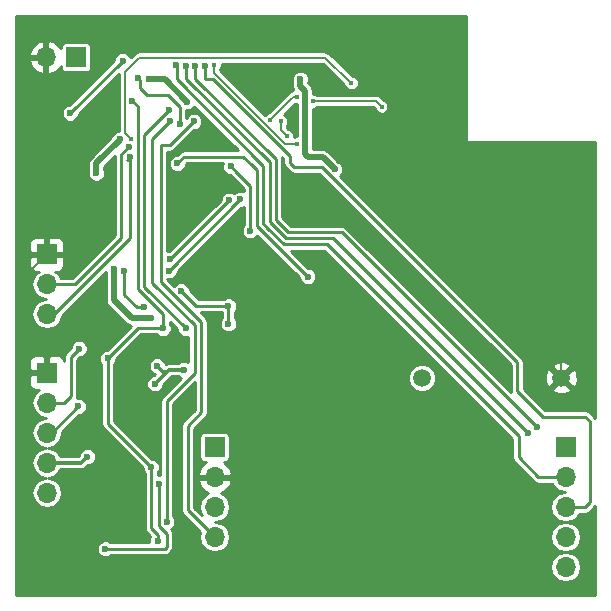
<source format=gbl>
G04 #@! TF.FileFunction,Copper,L2,Bot,Signal*
%FSLAX46Y46*%
G04 Gerber Fmt 4.6, Leading zero omitted, Abs format (unit mm)*
G04 Created by KiCad (PCBNEW 4.0.5) date Thu Mar 16 09:26:44 2017*
%MOMM*%
%LPD*%
G01*
G04 APERTURE LIST*
%ADD10C,0.100000*%
%ADD11C,0.600000*%
%ADD12R,1.700000X1.700000*%
%ADD13O,1.700000X1.700000*%
%ADD14C,1.500000*%
%ADD15C,0.400000*%
%ADD16C,0.500000*%
%ADD17C,0.200000*%
%ADD18C,0.300000*%
%ADD19C,0.250000*%
%ADD20C,0.254000*%
G04 APERTURE END LIST*
D10*
D11*
X144179500Y-111175500D03*
X142179500Y-111175500D03*
X140179500Y-111175500D03*
X138179500Y-111175500D03*
X136179500Y-111175500D03*
X139545000Y-120510000D03*
X155991500Y-116128500D03*
X166848500Y-114763000D03*
X164848500Y-114763000D03*
X166848500Y-112763000D03*
X164848500Y-112763000D03*
X169294500Y-121905500D03*
X167294500Y-121905500D03*
X183708000Y-135843500D03*
X181708000Y-135843500D03*
X179708000Y-135843500D03*
X177708000Y-135843500D03*
X175708000Y-135843500D03*
X183708000Y-133843500D03*
X181708000Y-133843500D03*
X179708000Y-133843500D03*
X177708000Y-133843500D03*
X175708000Y-133843500D03*
X173708000Y-133843500D03*
X183708000Y-131843500D03*
X181708000Y-131843500D03*
X179708000Y-131843500D03*
X177708000Y-131843500D03*
X175708000Y-131843500D03*
X173708000Y-131843500D03*
X183708000Y-129843500D03*
X181708000Y-129843500D03*
X179708000Y-129843500D03*
X177708000Y-129843500D03*
X175708000Y-129843500D03*
X173708000Y-129843500D03*
X183708000Y-127843500D03*
X181708000Y-127843500D03*
X179708000Y-127843500D03*
X177708000Y-127843500D03*
X175708000Y-127843500D03*
X173708000Y-127843500D03*
X183708000Y-125843500D03*
X181708000Y-125843500D03*
X179708000Y-125843500D03*
X177708000Y-125843500D03*
X175708000Y-125843500D03*
X173708000Y-125843500D03*
X183708000Y-123843500D03*
X181708000Y-123843500D03*
X179708000Y-123843500D03*
X177708000Y-123843500D03*
X175708000Y-123843500D03*
X173708000Y-123843500D03*
X183708000Y-121843500D03*
X181708000Y-121843500D03*
X179708000Y-121843500D03*
X177708000Y-121843500D03*
X175708000Y-121843500D03*
X138846000Y-128224000D03*
X136846000Y-128224000D03*
X138846000Y-126224000D03*
X136846000Y-126224000D03*
X158118500Y-136415500D03*
X156118500Y-136415500D03*
X158118500Y-134415500D03*
X156118500Y-134415500D03*
X175067500Y-154861500D03*
X173067500Y-154861500D03*
X171067500Y-154861500D03*
X169067500Y-154861500D03*
X167067500Y-154861500D03*
X175067500Y-152861500D03*
X173067500Y-152861500D03*
X171067500Y-152861500D03*
X169067500Y-152861500D03*
X167067500Y-152861500D03*
X175067500Y-150861500D03*
X173067500Y-150861500D03*
X171067500Y-150861500D03*
X169067500Y-150861500D03*
X167067500Y-150861500D03*
X175067500Y-148861500D03*
X173067500Y-148861500D03*
X171067500Y-148861500D03*
X169067500Y-148861500D03*
X167067500Y-148861500D03*
X175067500Y-146861500D03*
X173067500Y-146861500D03*
X171067500Y-146861500D03*
X169067500Y-146861500D03*
X167067500Y-146861500D03*
X150303500Y-121652000D03*
X174243000Y-158672500D03*
X172243000Y-158672500D03*
X170243000Y-158672500D03*
X168243000Y-158672500D03*
X166243000Y-158672500D03*
X164243000Y-158672500D03*
X162243000Y-158672500D03*
X160243000Y-158672500D03*
X158243000Y-158672500D03*
X156243000Y-158672500D03*
X154243000Y-158672500D03*
X152243000Y-158672500D03*
X150243000Y-158672500D03*
X148243000Y-158672500D03*
X146243000Y-158672500D03*
X144243000Y-158672500D03*
X142243000Y-158672500D03*
X140243000Y-158672500D03*
X138243000Y-158672500D03*
X136243000Y-158672500D03*
X172848500Y-110985000D03*
X170848500Y-110985000D03*
X168848500Y-110985000D03*
X166848500Y-110985000D03*
X164848500Y-110985000D03*
X162848500Y-110985000D03*
X160848500Y-110985000D03*
X158848500Y-110985000D03*
X156848500Y-110985000D03*
X154848500Y-110985000D03*
D12*
X140548000Y-113997500D03*
D13*
X138008000Y-113997500D03*
D14*
X169840000Y-141147500D03*
X181640000Y-141147500D03*
D12*
X138084500Y-130670000D03*
D13*
X138084500Y-133210000D03*
X138084500Y-135750000D03*
D12*
X152290000Y-147000000D03*
D13*
X152290000Y-149540000D03*
X152290000Y-152080000D03*
X152290000Y-154620000D03*
D12*
X182000000Y-147000000D03*
D13*
X182000000Y-149540000D03*
X182000000Y-152080000D03*
X182000000Y-154620000D03*
X182000000Y-157160000D03*
D12*
X138084500Y-140703000D03*
D13*
X138084500Y-143243000D03*
X138084500Y-145783000D03*
X138084500Y-148323000D03*
X138084500Y-150863000D03*
D11*
X173708000Y-121843500D03*
X146911000Y-136067500D03*
X143736000Y-131940000D03*
D15*
X160754000Y-116763500D03*
X173200000Y-120700500D03*
X143545500Y-148577000D03*
X158849000Y-124002500D03*
X160309500Y-123939000D03*
X158976000Y-118605000D03*
X159230000Y-120319500D03*
X164437000Y-116763500D03*
X166215000Y-118795500D03*
X165707000Y-122351500D03*
X149197000Y-127050500D03*
X150911500Y-126161500D03*
X137957500Y-123177000D03*
X142212000Y-139306000D03*
X140815000Y-155752500D03*
X146784000Y-147243500D03*
X144625000Y-144132000D03*
X142466000Y-145021000D03*
X145069500Y-150101000D03*
X142847000Y-150672500D03*
D11*
X159535500Y-115862500D03*
X162468500Y-123494500D03*
X149959000Y-117779500D03*
X146720500Y-115874500D03*
X144244000Y-120954500D03*
X142275500Y-123812000D03*
X147419000Y-140131500D03*
X149705000Y-140449000D03*
X147228500Y-141655500D03*
X141513500Y-147815000D03*
X145006000Y-121589500D03*
X150530500Y-119430500D03*
X149006500Y-114668000D03*
X151483000Y-114731500D03*
X179550000Y-145338500D03*
X150657500Y-114731500D03*
X149832000Y-114731500D03*
X178788000Y-145783000D03*
X147546000Y-150101000D03*
X143037500Y-155625500D03*
X149832000Y-136956500D03*
X148435000Y-118478000D03*
X145323500Y-117716000D03*
X147927000Y-136956500D03*
X147482500Y-154927000D03*
X146911000Y-148704000D03*
X143228000Y-139496500D03*
X148244500Y-153339500D03*
X148498500Y-119367000D03*
D15*
X157007500Y-119303500D03*
X160627000Y-117716000D03*
X159230000Y-117335000D03*
X166469000Y-118224000D03*
X163865500Y-116192000D03*
X145196500Y-120891000D03*
X157896500Y-119430500D03*
X158404500Y-120700500D03*
X152245000Y-114668000D03*
X159230000Y-121335500D03*
D11*
X140815000Y-138671000D03*
X148498500Y-131114500D03*
X153515000Y-126098000D03*
X154467500Y-126034500D03*
X148435000Y-132067000D03*
X140751500Y-143560500D03*
X145133000Y-122415000D03*
X140053000Y-118732000D03*
X144498000Y-114287000D03*
X145768000Y-115747500D03*
X149324000Y-119684500D03*
X144625000Y-132130500D03*
X146276000Y-135178500D03*
X149451000Y-133781500D03*
X153451500Y-135051500D03*
X153451500Y-136575500D03*
X160182500Y-132575000D03*
X149133500Y-122986500D03*
X155293000Y-128701500D03*
X153642000Y-123240500D03*
D16*
X145260000Y-136067500D02*
X146911000Y-136067500D01*
X143736000Y-134543500D02*
X145260000Y-136067500D01*
X143736000Y-131940000D02*
X143736000Y-134543500D01*
D17*
X181640000Y-141147500D02*
X181640000Y-129140500D01*
X181640000Y-129140500D02*
X173200000Y-120700500D01*
X143863000Y-148386500D02*
X143736000Y-148386500D01*
X143736000Y-148386500D02*
X143545500Y-148577000D01*
X160246000Y-124002500D02*
X158849000Y-124002500D01*
X160309500Y-123939000D02*
X160246000Y-124002500D01*
X164437000Y-116763500D02*
X160754000Y-116763500D01*
X160754000Y-116763500D02*
X160817500Y-116763500D01*
X158976000Y-120065500D02*
X158976000Y-118605000D01*
X159230000Y-120319500D02*
X158976000Y-120065500D01*
X166215000Y-118795500D02*
X166659500Y-118795500D01*
X165770500Y-116763500D02*
X164437000Y-116763500D01*
X166977000Y-117970000D02*
X165770500Y-116763500D01*
X166977000Y-118478000D02*
X166977000Y-117970000D01*
X166659500Y-118795500D02*
X166977000Y-118478000D01*
X165707000Y-122351500D02*
X165707000Y-119303500D01*
X165707000Y-119303500D02*
X166215000Y-118795500D01*
X150022500Y-127050500D02*
X149197000Y-127050500D01*
X150911500Y-126161500D02*
X150022500Y-127050500D01*
X138084500Y-130670000D02*
X138084500Y-123304000D01*
X138084500Y-123304000D02*
X137957500Y-123177000D01*
X138084500Y-140703000D02*
X138084500Y-139306000D01*
X138084500Y-139306000D02*
X136052500Y-137274000D01*
X136052500Y-132702000D02*
X138084500Y-130670000D01*
X136052500Y-137274000D02*
X136052500Y-132702000D01*
X139418000Y-137972500D02*
X138084500Y-139306000D01*
X141196000Y-137972500D02*
X139418000Y-137972500D01*
X142212000Y-138988500D02*
X141196000Y-137972500D01*
X142212000Y-139306000D02*
X142212000Y-138988500D01*
X142847000Y-153720500D02*
X142847000Y-150672500D01*
X140815000Y-155752500D02*
X142847000Y-153720500D01*
X146784000Y-146291000D02*
X146784000Y-147243500D01*
X144625000Y-144132000D02*
X146784000Y-146291000D01*
X143863000Y-146418000D02*
X142466000Y-145021000D01*
X143863000Y-146418000D02*
X143863000Y-148386500D01*
X143863000Y-148386500D02*
X143863000Y-150101000D01*
X143418500Y-150101000D02*
X143863000Y-150101000D01*
X143863000Y-150101000D02*
X145069500Y-150101000D01*
X142847000Y-150672500D02*
X143418500Y-150101000D01*
D16*
X159535500Y-115862500D02*
X159535500Y-116434000D01*
X161452500Y-122478500D02*
X162468500Y-123494500D01*
X159992000Y-122288000D02*
X160182500Y-122478500D01*
X160182500Y-122478500D02*
X161452500Y-122478500D01*
X159928500Y-122224500D02*
X159992000Y-122288000D01*
X159928500Y-116827000D02*
X159928500Y-122224500D01*
X159535500Y-116434000D02*
X159928500Y-116827000D01*
X148054000Y-115874500D02*
X149959000Y-117779500D01*
X144244000Y-121018000D02*
X144244000Y-120954500D01*
X142275500Y-122986500D02*
X144244000Y-121018000D01*
X142275500Y-123812000D02*
X142275500Y-122986500D01*
X146720500Y-115874500D02*
X148054000Y-115874500D01*
D18*
X148276250Y-140607750D02*
X147895250Y-140607750D01*
X147895250Y-140607750D02*
X147419000Y-140131500D01*
X148435000Y-140449000D02*
X149705000Y-140449000D01*
X147228500Y-141655500D02*
X148276250Y-140607750D01*
X148276250Y-140607750D02*
X148435000Y-140449000D01*
X138084500Y-148323000D02*
X141005500Y-148323000D01*
X141005500Y-148323000D02*
X141513500Y-147815000D01*
D19*
X140434000Y-133210000D02*
X138084500Y-133210000D01*
X144371000Y-129273000D02*
X140434000Y-133210000D01*
X144371000Y-122224500D02*
X144371000Y-129273000D01*
X145006000Y-121589500D02*
X144371000Y-122224500D01*
X147736500Y-121462500D02*
X148498500Y-121462500D01*
X147736500Y-130352500D02*
X147736500Y-121462500D01*
X148498500Y-121462500D02*
X150530500Y-119430500D01*
X147736500Y-130352500D02*
X147736500Y-133019500D01*
X150022500Y-152352500D02*
X152290000Y-154620000D01*
X150022500Y-145211500D02*
X150022500Y-152352500D01*
X151165500Y-144068500D02*
X150022500Y-145211500D01*
X151165500Y-136448500D02*
X151165500Y-144068500D01*
X147736500Y-133019500D02*
X151165500Y-136448500D01*
X147736500Y-130352500D02*
X147736500Y-130416000D01*
X178026000Y-146100500D02*
X178026000Y-147878500D01*
X161770000Y-129844500D02*
X158150500Y-129844500D01*
X161770000Y-129844500D02*
X178026000Y-146100500D01*
X158150500Y-129844500D02*
X156753500Y-128447500D01*
X149006500Y-114668000D02*
X149070000Y-114731500D01*
X149070000Y-114731500D02*
X149070000Y-115874500D01*
X149070000Y-115874500D02*
X156372500Y-123177000D01*
X156372500Y-123177000D02*
X156372500Y-128066500D01*
X156753500Y-128447500D02*
X156372500Y-128066500D01*
X179687500Y-149540000D02*
X182000000Y-149540000D01*
X178026000Y-147878500D02*
X179687500Y-149540000D01*
X151483000Y-115874500D02*
X152181500Y-115874500D01*
X183667000Y-152080000D02*
X184058500Y-151688500D01*
X184058500Y-151688500D02*
X184058500Y-144830500D01*
X184058500Y-144830500D02*
X183677500Y-144449500D01*
X180058000Y-144449500D02*
X183677500Y-144449500D01*
X151483000Y-114731500D02*
X151483000Y-115874500D01*
X183667000Y-152080000D02*
X182000000Y-152080000D01*
X177899000Y-142290500D02*
X180058000Y-144449500D01*
X177899000Y-139814000D02*
X177899000Y-142290500D01*
X161389000Y-123304000D02*
X177899000Y-139814000D01*
X159039500Y-123304000D02*
X161389000Y-123304000D01*
X158658500Y-122923000D02*
X159039500Y-123304000D01*
X158658500Y-122351500D02*
X158658500Y-122923000D01*
X152181500Y-115874500D02*
X158658500Y-122351500D01*
X163040000Y-128828500D02*
X179550000Y-145338500D01*
X158531500Y-128828500D02*
X163040000Y-128828500D01*
X157452000Y-127749000D02*
X158531500Y-128828500D01*
X157452000Y-122605500D02*
X157452000Y-127749000D01*
X150657500Y-115811000D02*
X157452000Y-122605500D01*
X150657500Y-114731500D02*
X150657500Y-115811000D01*
X158341000Y-129336500D02*
X162341500Y-129336500D01*
X149832000Y-114731500D02*
X149895500Y-114795000D01*
X149895500Y-114795000D02*
X149895500Y-115811000D01*
X149895500Y-115811000D02*
X156944000Y-122859500D01*
X156944000Y-122859500D02*
X156944000Y-127939500D01*
X158309250Y-129304750D02*
X158341000Y-129336500D01*
X156944000Y-127939500D02*
X158309250Y-129304750D01*
X162468500Y-129463500D02*
X178788000Y-145783000D01*
X162341500Y-129336500D02*
X162468500Y-129463500D01*
X147546000Y-153657000D02*
X147546000Y-150101000D01*
X148244500Y-154355500D02*
X147546000Y-153657000D01*
X148244500Y-155435000D02*
X148244500Y-154355500D01*
X148054000Y-155625500D02*
X148244500Y-155435000D01*
X143037500Y-155625500D02*
X148054000Y-155625500D01*
X146339500Y-133464000D02*
X149832000Y-136956500D01*
X146339500Y-120573500D02*
X146339500Y-133464000D01*
X148435000Y-118478000D02*
X146339500Y-120573500D01*
X147927000Y-136956500D02*
X147927000Y-135750000D01*
X145323500Y-117716000D02*
X145768000Y-118160500D01*
X145768000Y-133591000D02*
X145768000Y-118160500D01*
X147927000Y-135750000D02*
X145768000Y-133591000D01*
X145831500Y-136893000D02*
X147863500Y-136893000D01*
X147863500Y-136893000D02*
X147927000Y-136956500D01*
X146911000Y-148704000D02*
X146911000Y-153847500D01*
X147482500Y-154419000D02*
X147482500Y-154927000D01*
X146911000Y-153847500D02*
X147482500Y-154419000D01*
X143228000Y-139496500D02*
X143228000Y-145021000D01*
X143228000Y-145021000D02*
X146911000Y-148704000D01*
X145768000Y-136956500D02*
X145831500Y-136893000D01*
X145831500Y-136893000D02*
X143228000Y-139496500D01*
X148244500Y-143116000D02*
X148244500Y-153339500D01*
X150594000Y-140766500D02*
X148244500Y-143116000D01*
X150594000Y-136702500D02*
X150594000Y-140766500D01*
X146974500Y-133083000D02*
X150594000Y-136702500D01*
X146974500Y-120891000D02*
X146974500Y-133083000D01*
X148498500Y-119367000D02*
X146974500Y-120891000D01*
D17*
X158595000Y-117716000D02*
X158849000Y-117462000D01*
X157007500Y-119303500D02*
X158595000Y-117716000D01*
X165961000Y-117716000D02*
X166469000Y-118224000D01*
X165961000Y-117716000D02*
X160627000Y-117716000D01*
X158976000Y-117335000D02*
X159230000Y-117335000D01*
X158849000Y-117462000D02*
X158976000Y-117335000D01*
X166405500Y-118287500D02*
X166469000Y-118224000D01*
X144688500Y-120383000D02*
X145196500Y-120891000D01*
X144688500Y-115239500D02*
X144688500Y-120383000D01*
X145895000Y-114033000D02*
X144688500Y-115239500D01*
X161643000Y-114033000D02*
X145895000Y-114033000D01*
X163865500Y-116192000D02*
X161643000Y-114033000D01*
X157896500Y-120192500D02*
X157896500Y-119430500D01*
X158404500Y-120700500D02*
X157896500Y-120192500D01*
X152245000Y-115303000D02*
X152245000Y-114668000D01*
X158277500Y-121335500D02*
X152245000Y-115303000D01*
X158595000Y-121335500D02*
X158277500Y-121335500D01*
X159230000Y-121335500D02*
X158595000Y-121335500D01*
D19*
X139545000Y-143243000D02*
X138084500Y-143243000D01*
X140116500Y-142671500D02*
X139545000Y-143243000D01*
X140116500Y-139369500D02*
X140116500Y-142671500D01*
X140815000Y-138671000D02*
X140116500Y-139369500D01*
X153515000Y-126098000D02*
X148498500Y-131114500D01*
X154467500Y-126034500D02*
X148435000Y-132067000D01*
X140751500Y-143560500D02*
X138529000Y-145783000D01*
X138529000Y-145783000D02*
X138084500Y-145783000D01*
X145133000Y-122415000D02*
X145133000Y-129336500D01*
X145133000Y-129336500D02*
X138719500Y-135750000D01*
X138719500Y-135750000D02*
X138084500Y-135750000D01*
X145133000Y-122415000D02*
X144879000Y-122669000D01*
X140053000Y-118732000D02*
X144498000Y-114287000D01*
X145768000Y-115747500D02*
X145958500Y-115938000D01*
X145958500Y-115938000D02*
X145958500Y-116573000D01*
X145958500Y-116573000D02*
X146593500Y-117208000D01*
X146593500Y-117208000D02*
X148308000Y-117208000D01*
X148308000Y-117208000D02*
X149324000Y-118224000D01*
X149324000Y-118224000D02*
X149324000Y-119684500D01*
X145704500Y-135178500D02*
X144625000Y-134099000D01*
X144625000Y-134099000D02*
X144625000Y-132130500D01*
X153451500Y-135051500D02*
X150721000Y-135051500D01*
X150721000Y-135051500D02*
X149451000Y-133781500D01*
X146276000Y-135178500D02*
X145704500Y-135178500D01*
X153451500Y-136575500D02*
X153451500Y-135051500D01*
X155356500Y-123050000D02*
X154721500Y-122415000D01*
X155864500Y-123558000D02*
X155356500Y-123050000D01*
X155864500Y-128257000D02*
X155864500Y-123558000D01*
X160182500Y-132575000D02*
X155864500Y-128257000D01*
X149705000Y-122415000D02*
X149133500Y-122986500D01*
X154721500Y-122415000D02*
X149705000Y-122415000D01*
X149197000Y-123050000D02*
X149133500Y-122986500D01*
X154086500Y-123685000D02*
X153642000Y-123240500D01*
X155293000Y-128701500D02*
X155293000Y-124891500D01*
X155293000Y-124891500D02*
X154086500Y-123685000D01*
D20*
G36*
X173581000Y-121018000D02*
X173591006Y-121067410D01*
X173619447Y-121109035D01*
X173661841Y-121136315D01*
X173708000Y-121145000D01*
X184523000Y-121145000D01*
X184523000Y-144551191D01*
X184448823Y-144440177D01*
X184067823Y-144059177D01*
X183888742Y-143939518D01*
X183677500Y-143897500D01*
X180286646Y-143897500D01*
X178508163Y-142119017D01*
X180848088Y-142119017D01*
X180916077Y-142359960D01*
X181435171Y-142544701D01*
X181985448Y-142516730D01*
X182363923Y-142359960D01*
X182431912Y-142119017D01*
X181640000Y-141327105D01*
X180848088Y-142119017D01*
X178508163Y-142119017D01*
X178451000Y-142061854D01*
X178451000Y-140942671D01*
X180242799Y-140942671D01*
X180270770Y-141492948D01*
X180427540Y-141871423D01*
X180668483Y-141939412D01*
X181460395Y-141147500D01*
X181819605Y-141147500D01*
X182611517Y-141939412D01*
X182852460Y-141871423D01*
X183037201Y-141352329D01*
X183009230Y-140802052D01*
X182852460Y-140423577D01*
X182611517Y-140355588D01*
X181819605Y-141147500D01*
X181460395Y-141147500D01*
X180668483Y-140355588D01*
X180427540Y-140423577D01*
X180242799Y-140942671D01*
X178451000Y-140942671D01*
X178451000Y-140175983D01*
X180848088Y-140175983D01*
X181640000Y-140967895D01*
X182431912Y-140175983D01*
X182363923Y-139935040D01*
X181844829Y-139750299D01*
X181294552Y-139778270D01*
X180916077Y-139935040D01*
X180848088Y-140175983D01*
X178451000Y-140175983D01*
X178451000Y-139814000D01*
X178433633Y-139726690D01*
X178408982Y-139602758D01*
X178289323Y-139423677D01*
X162928343Y-124062697D01*
X163084461Y-123906850D01*
X163195374Y-123639744D01*
X163195626Y-123350525D01*
X163085180Y-123083225D01*
X162880850Y-122878539D01*
X162759623Y-122828201D01*
X161931211Y-121999789D01*
X161789376Y-121905018D01*
X161711577Y-121853034D01*
X161452500Y-121801500D01*
X160605500Y-121801500D01*
X160605500Y-118342982D01*
X160751171Y-118343109D01*
X160981703Y-118247855D01*
X160986566Y-118243000D01*
X165742710Y-118243000D01*
X165841896Y-118342187D01*
X165841891Y-118348171D01*
X165937145Y-118578703D01*
X166113369Y-118755235D01*
X166343735Y-118850891D01*
X166593171Y-118851109D01*
X166823703Y-118755855D01*
X167000235Y-118579631D01*
X167095891Y-118349265D01*
X167096109Y-118099829D01*
X167000855Y-117869297D01*
X166824631Y-117692765D01*
X166594265Y-117597109D01*
X166587393Y-117597103D01*
X166333645Y-117343355D01*
X166162675Y-117229115D01*
X165961000Y-117189000D01*
X160986859Y-117189000D01*
X160982631Y-117184765D01*
X160752265Y-117089109D01*
X160605500Y-117088981D01*
X160605500Y-116827000D01*
X160553966Y-116567923D01*
X160407211Y-116348289D01*
X160212500Y-116153578D01*
X160212500Y-116127853D01*
X160262374Y-116007744D01*
X160262626Y-115718525D01*
X160152180Y-115451225D01*
X159947850Y-115246539D01*
X159680744Y-115135626D01*
X159391525Y-115135374D01*
X159124225Y-115245820D01*
X158919539Y-115450150D01*
X158808626Y-115717256D01*
X158808374Y-116006475D01*
X158858500Y-116127789D01*
X158858500Y-116434000D01*
X158910034Y-116693077D01*
X158960152Y-116768084D01*
X158875297Y-116803145D01*
X158844164Y-116834223D01*
X158774325Y-116848115D01*
X158603355Y-116962355D01*
X156889314Y-118676396D01*
X156883329Y-118676391D01*
X156652797Y-118771645D01*
X156555781Y-118868491D01*
X152772000Y-115084710D01*
X152772000Y-115027859D01*
X152776235Y-115023631D01*
X152871891Y-114793265D01*
X152872095Y-114560000D01*
X161429170Y-114560000D01*
X163239328Y-116318439D01*
X163333645Y-116546703D01*
X163509869Y-116723235D01*
X163740235Y-116818891D01*
X163989671Y-116819109D01*
X164220203Y-116723855D01*
X164396735Y-116547631D01*
X164492391Y-116317265D01*
X164492609Y-116067829D01*
X164397355Y-115837297D01*
X164221131Y-115660765D01*
X163990765Y-115565109D01*
X163976488Y-115565097D01*
X162010206Y-113654994D01*
X161927040Y-113601151D01*
X161844674Y-113546115D01*
X161840861Y-113545357D01*
X161837598Y-113543244D01*
X161740193Y-113525333D01*
X161643000Y-113506000D01*
X145895000Y-113506000D01*
X145693326Y-113546115D01*
X145522355Y-113660354D01*
X145170906Y-114011803D01*
X145114680Y-113875725D01*
X144910350Y-113671039D01*
X144643244Y-113560126D01*
X144354025Y-113559874D01*
X144086725Y-113670320D01*
X143882039Y-113874650D01*
X143771126Y-114141756D01*
X143771046Y-114233308D01*
X139999401Y-118004953D01*
X139909025Y-118004874D01*
X139641725Y-118115320D01*
X139437039Y-118319650D01*
X139326126Y-118586756D01*
X139325874Y-118875975D01*
X139436320Y-119143275D01*
X139640650Y-119347961D01*
X139907756Y-119458874D01*
X140196975Y-119459126D01*
X140464275Y-119348680D01*
X140668961Y-119144350D01*
X140779874Y-118877244D01*
X140779954Y-118785692D01*
X144161500Y-115404146D01*
X144161500Y-120227428D01*
X144100025Y-120227374D01*
X143832725Y-120337820D01*
X143628039Y-120542150D01*
X143532610Y-120771967D01*
X141796789Y-122507789D01*
X141650034Y-122727423D01*
X141598500Y-122986500D01*
X141598500Y-123546647D01*
X141548626Y-123666756D01*
X141548374Y-123955975D01*
X141658820Y-124223275D01*
X141863150Y-124427961D01*
X142130256Y-124538874D01*
X142419475Y-124539126D01*
X142686775Y-124428680D01*
X142891461Y-124224350D01*
X143002374Y-123957244D01*
X143002626Y-123668025D01*
X142952500Y-123546711D01*
X142952500Y-123266922D01*
X143819000Y-122400423D01*
X143819000Y-129044354D01*
X140205354Y-132658000D01*
X139247008Y-132658000D01*
X139012493Y-132307025D01*
X138784972Y-132155000D01*
X139060809Y-132155000D01*
X139294198Y-132058327D01*
X139472827Y-131879699D01*
X139569500Y-131646310D01*
X139569500Y-130955750D01*
X139410750Y-130797000D01*
X138211500Y-130797000D01*
X138211500Y-130817000D01*
X137957500Y-130817000D01*
X137957500Y-130797000D01*
X136758250Y-130797000D01*
X136599500Y-130955750D01*
X136599500Y-131646310D01*
X136696173Y-131879699D01*
X136874802Y-132058327D01*
X137108191Y-132155000D01*
X137384028Y-132155000D01*
X137156507Y-132307025D01*
X136879688Y-132721313D01*
X136782482Y-133210000D01*
X136879688Y-133698687D01*
X137156507Y-134112975D01*
X137570795Y-134389794D01*
X138024291Y-134480000D01*
X137570795Y-134570206D01*
X137156507Y-134847025D01*
X136879688Y-135261313D01*
X136782482Y-135750000D01*
X136879688Y-136238687D01*
X137156507Y-136652975D01*
X137570795Y-136929794D01*
X138059482Y-137027000D01*
X138109518Y-137027000D01*
X138598205Y-136929794D01*
X139012493Y-136652975D01*
X139289312Y-136238687D01*
X139358304Y-135891842D01*
X143054865Y-132195281D01*
X143059000Y-132205289D01*
X143059000Y-134543500D01*
X143110534Y-134802577D01*
X143180658Y-134907525D01*
X143257289Y-135022211D01*
X144781288Y-136546211D01*
X144891106Y-136619588D01*
X145000923Y-136692966D01*
X145209416Y-136734438D01*
X143174401Y-138769453D01*
X143084025Y-138769374D01*
X142816725Y-138879820D01*
X142612039Y-139084150D01*
X142501126Y-139351256D01*
X142500874Y-139640475D01*
X142611320Y-139907775D01*
X142676000Y-139972568D01*
X142676000Y-145021000D01*
X142718018Y-145232242D01*
X142837677Y-145411323D01*
X146183953Y-148757599D01*
X146183874Y-148847975D01*
X146294320Y-149115275D01*
X146359000Y-149180068D01*
X146359000Y-153847500D01*
X146401018Y-154058742D01*
X146520677Y-154237823D01*
X146846284Y-154563430D01*
X146755626Y-154781756D01*
X146755374Y-155070975D01*
X146756417Y-155073500D01*
X143513700Y-155073500D01*
X143449850Y-155009539D01*
X143182744Y-154898626D01*
X142893525Y-154898374D01*
X142626225Y-155008820D01*
X142421539Y-155213150D01*
X142310626Y-155480256D01*
X142310374Y-155769475D01*
X142420820Y-156036775D01*
X142625150Y-156241461D01*
X142892256Y-156352374D01*
X143181475Y-156352626D01*
X143448775Y-156242180D01*
X143513568Y-156177500D01*
X148054000Y-156177500D01*
X148265242Y-156135482D01*
X148444323Y-156015823D01*
X148634823Y-155825323D01*
X148754482Y-155646242D01*
X148796500Y-155435000D01*
X148796500Y-154355500D01*
X148765595Y-154200126D01*
X148754482Y-154144258D01*
X148634823Y-153965177D01*
X148634583Y-153964937D01*
X148655775Y-153956180D01*
X148860461Y-153751850D01*
X148971374Y-153484744D01*
X148971626Y-153195525D01*
X148861180Y-152928225D01*
X148796500Y-152863432D01*
X148796500Y-143344646D01*
X150613500Y-141527646D01*
X150613500Y-143839854D01*
X149632177Y-144821177D01*
X149512518Y-145000258D01*
X149470500Y-145211500D01*
X149470500Y-152352500D01*
X149512518Y-152563742D01*
X149632177Y-152742823D01*
X151074483Y-154185129D01*
X150987982Y-154620000D01*
X151085188Y-155108687D01*
X151362007Y-155522975D01*
X151776295Y-155799794D01*
X152264982Y-155897000D01*
X152315018Y-155897000D01*
X152803705Y-155799794D01*
X153217993Y-155522975D01*
X153494812Y-155108687D01*
X153592018Y-154620000D01*
X153494812Y-154131313D01*
X153217993Y-153717025D01*
X152803705Y-153440206D01*
X152350209Y-153350000D01*
X152803705Y-153259794D01*
X153217993Y-152982975D01*
X153494812Y-152568687D01*
X153592018Y-152080000D01*
X153494812Y-151591313D01*
X153217993Y-151177025D01*
X152810417Y-150904691D01*
X153171358Y-150735183D01*
X153561645Y-150306924D01*
X153731476Y-149896890D01*
X153610155Y-149667000D01*
X152417000Y-149667000D01*
X152417000Y-149687000D01*
X152163000Y-149687000D01*
X152163000Y-149667000D01*
X150969845Y-149667000D01*
X150848524Y-149896890D01*
X151018355Y-150306924D01*
X151408642Y-150735183D01*
X151769583Y-150904691D01*
X151362007Y-151177025D01*
X151085188Y-151591313D01*
X150987982Y-152080000D01*
X151085188Y-152568687D01*
X151217799Y-152767153D01*
X150574500Y-152123854D01*
X150574500Y-149183110D01*
X150848524Y-149183110D01*
X150969845Y-149413000D01*
X152163000Y-149413000D01*
X152163000Y-149393000D01*
X152417000Y-149393000D01*
X152417000Y-149413000D01*
X153610155Y-149413000D01*
X153731476Y-149183110D01*
X153561645Y-148773076D01*
X153171358Y-148344817D01*
X153044764Y-148285365D01*
X153140000Y-148285365D01*
X153298237Y-148255591D01*
X153443567Y-148162073D01*
X153541064Y-148019381D01*
X153575365Y-147850000D01*
X153575365Y-146150000D01*
X153545591Y-145991763D01*
X153452073Y-145846433D01*
X153309381Y-145748936D01*
X153140000Y-145714635D01*
X151440000Y-145714635D01*
X151281763Y-145744409D01*
X151136433Y-145837927D01*
X151038936Y-145980619D01*
X151004635Y-146150000D01*
X151004635Y-147850000D01*
X151034409Y-148008237D01*
X151127927Y-148153567D01*
X151270619Y-148251064D01*
X151440000Y-148285365D01*
X151535236Y-148285365D01*
X151408642Y-148344817D01*
X151018355Y-148773076D01*
X150848524Y-149183110D01*
X150574500Y-149183110D01*
X150574500Y-145440146D01*
X151555823Y-144458823D01*
X151675482Y-144279742D01*
X151717500Y-144068500D01*
X151717500Y-141380593D01*
X168662796Y-141380593D01*
X168841606Y-141813346D01*
X169172412Y-142144730D01*
X169604853Y-142324295D01*
X170073093Y-142324704D01*
X170505846Y-142145894D01*
X170837230Y-141815088D01*
X171016795Y-141382647D01*
X171017204Y-140914407D01*
X170838394Y-140481654D01*
X170507588Y-140150270D01*
X170075147Y-139970705D01*
X169606907Y-139970296D01*
X169174154Y-140149106D01*
X168842770Y-140479912D01*
X168663205Y-140912353D01*
X168662796Y-141380593D01*
X151717500Y-141380593D01*
X151717500Y-136448500D01*
X151675482Y-136237259D01*
X151555823Y-136058177D01*
X151101146Y-135603500D01*
X152899500Y-135603500D01*
X152899500Y-136099300D01*
X152835539Y-136163150D01*
X152724626Y-136430256D01*
X152724374Y-136719475D01*
X152834820Y-136986775D01*
X153039150Y-137191461D01*
X153306256Y-137302374D01*
X153595475Y-137302626D01*
X153862775Y-137192180D01*
X154067461Y-136987850D01*
X154178374Y-136720744D01*
X154178626Y-136431525D01*
X154068180Y-136164225D01*
X154003500Y-136099432D01*
X154003500Y-135527700D01*
X154067461Y-135463850D01*
X154178374Y-135196744D01*
X154178626Y-134907525D01*
X154068180Y-134640225D01*
X153863850Y-134435539D01*
X153596744Y-134324626D01*
X153307525Y-134324374D01*
X153040225Y-134434820D01*
X152975432Y-134499500D01*
X150949646Y-134499500D01*
X150178047Y-133727901D01*
X150178126Y-133637525D01*
X150067680Y-133370225D01*
X149863350Y-133165539D01*
X149596244Y-133054626D01*
X149307025Y-133054374D01*
X149039725Y-133164820D01*
X148850931Y-133353285D01*
X148291522Y-132793876D01*
X148578975Y-132794126D01*
X148846275Y-132683680D01*
X149050961Y-132479350D01*
X149161874Y-132212244D01*
X149161954Y-132120692D01*
X154521099Y-126761547D01*
X154611475Y-126761626D01*
X154741000Y-126708107D01*
X154741000Y-128225300D01*
X154677039Y-128289150D01*
X154566126Y-128556256D01*
X154565874Y-128845475D01*
X154676320Y-129112775D01*
X154880650Y-129317461D01*
X155147756Y-129428374D01*
X155436975Y-129428626D01*
X155704275Y-129318180D01*
X155908961Y-129113850D01*
X155918275Y-129091421D01*
X159455453Y-132628599D01*
X159455374Y-132718975D01*
X159565820Y-132986275D01*
X159770150Y-133190961D01*
X160037256Y-133301874D01*
X160326475Y-133302126D01*
X160593775Y-133191680D01*
X160798461Y-132987350D01*
X160909374Y-132720244D01*
X160909626Y-132431025D01*
X160799180Y-132163725D01*
X160594850Y-131959039D01*
X160327744Y-131848126D01*
X160236192Y-131848046D01*
X158784646Y-130396500D01*
X161541354Y-130396500D01*
X177474000Y-146329146D01*
X177474000Y-147878500D01*
X177516018Y-148089742D01*
X177635677Y-148268823D01*
X179297177Y-149930323D01*
X179476258Y-150049982D01*
X179687500Y-150092000D01*
X180837492Y-150092000D01*
X181072007Y-150442975D01*
X181486295Y-150719794D01*
X181939791Y-150810000D01*
X181486295Y-150900206D01*
X181072007Y-151177025D01*
X180795188Y-151591313D01*
X180697982Y-152080000D01*
X180795188Y-152568687D01*
X181072007Y-152982975D01*
X181486295Y-153259794D01*
X181939791Y-153350000D01*
X181486295Y-153440206D01*
X181072007Y-153717025D01*
X180795188Y-154131313D01*
X180697982Y-154620000D01*
X180795188Y-155108687D01*
X181072007Y-155522975D01*
X181486295Y-155799794D01*
X181939791Y-155890000D01*
X181486295Y-155980206D01*
X181072007Y-156257025D01*
X180795188Y-156671313D01*
X180697982Y-157160000D01*
X180795188Y-157648687D01*
X181072007Y-158062975D01*
X181486295Y-158339794D01*
X181974982Y-158437000D01*
X182025018Y-158437000D01*
X182513705Y-158339794D01*
X182927993Y-158062975D01*
X183204812Y-157648687D01*
X183302018Y-157160000D01*
X183204812Y-156671313D01*
X182927993Y-156257025D01*
X182513705Y-155980206D01*
X182060209Y-155890000D01*
X182513705Y-155799794D01*
X182927993Y-155522975D01*
X183204812Y-155108687D01*
X183302018Y-154620000D01*
X183204812Y-154131313D01*
X182927993Y-153717025D01*
X182513705Y-153440206D01*
X182060209Y-153350000D01*
X182513705Y-153259794D01*
X182927993Y-152982975D01*
X183162508Y-152632000D01*
X183667000Y-152632000D01*
X183878242Y-152589982D01*
X184057323Y-152470323D01*
X184448823Y-152078823D01*
X184523000Y-151967810D01*
X184523000Y-159523000D01*
X135477000Y-159523000D01*
X135477000Y-140988750D01*
X136599500Y-140988750D01*
X136599500Y-141679310D01*
X136696173Y-141912699D01*
X136874802Y-142091327D01*
X137108191Y-142188000D01*
X137384028Y-142188000D01*
X137156507Y-142340025D01*
X136879688Y-142754313D01*
X136782482Y-143243000D01*
X136879688Y-143731687D01*
X137156507Y-144145975D01*
X137570795Y-144422794D01*
X138024291Y-144513000D01*
X137570795Y-144603206D01*
X137156507Y-144880025D01*
X136879688Y-145294313D01*
X136782482Y-145783000D01*
X136879688Y-146271687D01*
X137156507Y-146685975D01*
X137570795Y-146962794D01*
X138024291Y-147053000D01*
X137570795Y-147143206D01*
X137156507Y-147420025D01*
X136879688Y-147834313D01*
X136782482Y-148323000D01*
X136879688Y-148811687D01*
X137156507Y-149225975D01*
X137570795Y-149502794D01*
X138024291Y-149593000D01*
X137570795Y-149683206D01*
X137156507Y-149960025D01*
X136879688Y-150374313D01*
X136782482Y-150863000D01*
X136879688Y-151351687D01*
X137156507Y-151765975D01*
X137570795Y-152042794D01*
X138059482Y-152140000D01*
X138109518Y-152140000D01*
X138598205Y-152042794D01*
X139012493Y-151765975D01*
X139289312Y-151351687D01*
X139386518Y-150863000D01*
X139289312Y-150374313D01*
X139012493Y-149960025D01*
X138598205Y-149683206D01*
X138144709Y-149593000D01*
X138598205Y-149502794D01*
X139012493Y-149225975D01*
X139230303Y-148900000D01*
X141005495Y-148900000D01*
X141005500Y-148900001D01*
X141226308Y-148856078D01*
X141413501Y-148731001D01*
X141602424Y-148542078D01*
X141657475Y-148542126D01*
X141924775Y-148431680D01*
X142129461Y-148227350D01*
X142240374Y-147960244D01*
X142240626Y-147671025D01*
X142130180Y-147403725D01*
X141925850Y-147199039D01*
X141658744Y-147088126D01*
X141369525Y-147087874D01*
X141102225Y-147198320D01*
X140897539Y-147402650D01*
X140786626Y-147669756D01*
X140786577Y-147725921D01*
X140766498Y-147746000D01*
X139230303Y-147746000D01*
X139012493Y-147420025D01*
X138598205Y-147143206D01*
X138144709Y-147053000D01*
X138598205Y-146962794D01*
X139012493Y-146685975D01*
X139289312Y-146271687D01*
X139386518Y-145783000D01*
X139373764Y-145718882D01*
X140805099Y-144287547D01*
X140895475Y-144287626D01*
X141162775Y-144177180D01*
X141367461Y-143972850D01*
X141478374Y-143705744D01*
X141478626Y-143416525D01*
X141368180Y-143149225D01*
X141163850Y-142944539D01*
X140896744Y-142833626D01*
X140636297Y-142833399D01*
X140668500Y-142671500D01*
X140668500Y-139598146D01*
X140868599Y-139398047D01*
X140958975Y-139398126D01*
X141226275Y-139287680D01*
X141430961Y-139083350D01*
X141541874Y-138816244D01*
X141542126Y-138527025D01*
X141431680Y-138259725D01*
X141227350Y-138055039D01*
X140960244Y-137944126D01*
X140671025Y-137943874D01*
X140403725Y-138054320D01*
X140199039Y-138258650D01*
X140088126Y-138525756D01*
X140088046Y-138617308D01*
X139726177Y-138979177D01*
X139606518Y-139158258D01*
X139564500Y-139369500D01*
X139564500Y-139714619D01*
X139472827Y-139493301D01*
X139294198Y-139314673D01*
X139060809Y-139218000D01*
X138370250Y-139218000D01*
X138211500Y-139376750D01*
X138211500Y-140576000D01*
X138231500Y-140576000D01*
X138231500Y-140830000D01*
X138211500Y-140830000D01*
X138211500Y-140850000D01*
X137957500Y-140850000D01*
X137957500Y-140830000D01*
X136758250Y-140830000D01*
X136599500Y-140988750D01*
X135477000Y-140988750D01*
X135477000Y-139726690D01*
X136599500Y-139726690D01*
X136599500Y-140417250D01*
X136758250Y-140576000D01*
X137957500Y-140576000D01*
X137957500Y-139376750D01*
X137798750Y-139218000D01*
X137108191Y-139218000D01*
X136874802Y-139314673D01*
X136696173Y-139493301D01*
X136599500Y-139726690D01*
X135477000Y-139726690D01*
X135477000Y-129693690D01*
X136599500Y-129693690D01*
X136599500Y-130384250D01*
X136758250Y-130543000D01*
X137957500Y-130543000D01*
X137957500Y-129343750D01*
X138211500Y-129343750D01*
X138211500Y-130543000D01*
X139410750Y-130543000D01*
X139569500Y-130384250D01*
X139569500Y-129693690D01*
X139472827Y-129460301D01*
X139294198Y-129281673D01*
X139060809Y-129185000D01*
X138370250Y-129185000D01*
X138211500Y-129343750D01*
X137957500Y-129343750D01*
X137798750Y-129185000D01*
X137108191Y-129185000D01*
X136874802Y-129281673D01*
X136696173Y-129460301D01*
X136599500Y-129693690D01*
X135477000Y-129693690D01*
X135477000Y-114354392D01*
X136566514Y-114354392D01*
X136812817Y-114878858D01*
X137241076Y-115269145D01*
X137651110Y-115438976D01*
X137881000Y-115317655D01*
X137881000Y-114124500D01*
X136687181Y-114124500D01*
X136566514Y-114354392D01*
X135477000Y-114354392D01*
X135477000Y-113640608D01*
X136566514Y-113640608D01*
X136687181Y-113870500D01*
X137881000Y-113870500D01*
X137881000Y-112677345D01*
X138135000Y-112677345D01*
X138135000Y-113870500D01*
X138155000Y-113870500D01*
X138155000Y-114124500D01*
X138135000Y-114124500D01*
X138135000Y-115317655D01*
X138364890Y-115438976D01*
X138774924Y-115269145D01*
X139203183Y-114878858D01*
X139262635Y-114752264D01*
X139262635Y-114847500D01*
X139292409Y-115005737D01*
X139385927Y-115151067D01*
X139528619Y-115248564D01*
X139698000Y-115282865D01*
X141398000Y-115282865D01*
X141556237Y-115253091D01*
X141701567Y-115159573D01*
X141799064Y-115016881D01*
X141833365Y-114847500D01*
X141833365Y-113147500D01*
X141803591Y-112989263D01*
X141710073Y-112843933D01*
X141567381Y-112746436D01*
X141398000Y-112712135D01*
X139698000Y-112712135D01*
X139539763Y-112741909D01*
X139394433Y-112835427D01*
X139296936Y-112978119D01*
X139262635Y-113147500D01*
X139262635Y-113242736D01*
X139203183Y-113116142D01*
X138774924Y-112725855D01*
X138364890Y-112556024D01*
X138135000Y-112677345D01*
X137881000Y-112677345D01*
X137651110Y-112556024D01*
X137241076Y-112725855D01*
X136812817Y-113116142D01*
X136566514Y-113640608D01*
X135477000Y-113640608D01*
X135477000Y-110477000D01*
X173581000Y-110477000D01*
X173581000Y-121018000D01*
X173581000Y-121018000D01*
G37*
X173581000Y-121018000D02*
X173591006Y-121067410D01*
X173619447Y-121109035D01*
X173661841Y-121136315D01*
X173708000Y-121145000D01*
X184523000Y-121145000D01*
X184523000Y-144551191D01*
X184448823Y-144440177D01*
X184067823Y-144059177D01*
X183888742Y-143939518D01*
X183677500Y-143897500D01*
X180286646Y-143897500D01*
X178508163Y-142119017D01*
X180848088Y-142119017D01*
X180916077Y-142359960D01*
X181435171Y-142544701D01*
X181985448Y-142516730D01*
X182363923Y-142359960D01*
X182431912Y-142119017D01*
X181640000Y-141327105D01*
X180848088Y-142119017D01*
X178508163Y-142119017D01*
X178451000Y-142061854D01*
X178451000Y-140942671D01*
X180242799Y-140942671D01*
X180270770Y-141492948D01*
X180427540Y-141871423D01*
X180668483Y-141939412D01*
X181460395Y-141147500D01*
X181819605Y-141147500D01*
X182611517Y-141939412D01*
X182852460Y-141871423D01*
X183037201Y-141352329D01*
X183009230Y-140802052D01*
X182852460Y-140423577D01*
X182611517Y-140355588D01*
X181819605Y-141147500D01*
X181460395Y-141147500D01*
X180668483Y-140355588D01*
X180427540Y-140423577D01*
X180242799Y-140942671D01*
X178451000Y-140942671D01*
X178451000Y-140175983D01*
X180848088Y-140175983D01*
X181640000Y-140967895D01*
X182431912Y-140175983D01*
X182363923Y-139935040D01*
X181844829Y-139750299D01*
X181294552Y-139778270D01*
X180916077Y-139935040D01*
X180848088Y-140175983D01*
X178451000Y-140175983D01*
X178451000Y-139814000D01*
X178433633Y-139726690D01*
X178408982Y-139602758D01*
X178289323Y-139423677D01*
X162928343Y-124062697D01*
X163084461Y-123906850D01*
X163195374Y-123639744D01*
X163195626Y-123350525D01*
X163085180Y-123083225D01*
X162880850Y-122878539D01*
X162759623Y-122828201D01*
X161931211Y-121999789D01*
X161789376Y-121905018D01*
X161711577Y-121853034D01*
X161452500Y-121801500D01*
X160605500Y-121801500D01*
X160605500Y-118342982D01*
X160751171Y-118343109D01*
X160981703Y-118247855D01*
X160986566Y-118243000D01*
X165742710Y-118243000D01*
X165841896Y-118342187D01*
X165841891Y-118348171D01*
X165937145Y-118578703D01*
X166113369Y-118755235D01*
X166343735Y-118850891D01*
X166593171Y-118851109D01*
X166823703Y-118755855D01*
X167000235Y-118579631D01*
X167095891Y-118349265D01*
X167096109Y-118099829D01*
X167000855Y-117869297D01*
X166824631Y-117692765D01*
X166594265Y-117597109D01*
X166587393Y-117597103D01*
X166333645Y-117343355D01*
X166162675Y-117229115D01*
X165961000Y-117189000D01*
X160986859Y-117189000D01*
X160982631Y-117184765D01*
X160752265Y-117089109D01*
X160605500Y-117088981D01*
X160605500Y-116827000D01*
X160553966Y-116567923D01*
X160407211Y-116348289D01*
X160212500Y-116153578D01*
X160212500Y-116127853D01*
X160262374Y-116007744D01*
X160262626Y-115718525D01*
X160152180Y-115451225D01*
X159947850Y-115246539D01*
X159680744Y-115135626D01*
X159391525Y-115135374D01*
X159124225Y-115245820D01*
X158919539Y-115450150D01*
X158808626Y-115717256D01*
X158808374Y-116006475D01*
X158858500Y-116127789D01*
X158858500Y-116434000D01*
X158910034Y-116693077D01*
X158960152Y-116768084D01*
X158875297Y-116803145D01*
X158844164Y-116834223D01*
X158774325Y-116848115D01*
X158603355Y-116962355D01*
X156889314Y-118676396D01*
X156883329Y-118676391D01*
X156652797Y-118771645D01*
X156555781Y-118868491D01*
X152772000Y-115084710D01*
X152772000Y-115027859D01*
X152776235Y-115023631D01*
X152871891Y-114793265D01*
X152872095Y-114560000D01*
X161429170Y-114560000D01*
X163239328Y-116318439D01*
X163333645Y-116546703D01*
X163509869Y-116723235D01*
X163740235Y-116818891D01*
X163989671Y-116819109D01*
X164220203Y-116723855D01*
X164396735Y-116547631D01*
X164492391Y-116317265D01*
X164492609Y-116067829D01*
X164397355Y-115837297D01*
X164221131Y-115660765D01*
X163990765Y-115565109D01*
X163976488Y-115565097D01*
X162010206Y-113654994D01*
X161927040Y-113601151D01*
X161844674Y-113546115D01*
X161840861Y-113545357D01*
X161837598Y-113543244D01*
X161740193Y-113525333D01*
X161643000Y-113506000D01*
X145895000Y-113506000D01*
X145693326Y-113546115D01*
X145522355Y-113660354D01*
X145170906Y-114011803D01*
X145114680Y-113875725D01*
X144910350Y-113671039D01*
X144643244Y-113560126D01*
X144354025Y-113559874D01*
X144086725Y-113670320D01*
X143882039Y-113874650D01*
X143771126Y-114141756D01*
X143771046Y-114233308D01*
X139999401Y-118004953D01*
X139909025Y-118004874D01*
X139641725Y-118115320D01*
X139437039Y-118319650D01*
X139326126Y-118586756D01*
X139325874Y-118875975D01*
X139436320Y-119143275D01*
X139640650Y-119347961D01*
X139907756Y-119458874D01*
X140196975Y-119459126D01*
X140464275Y-119348680D01*
X140668961Y-119144350D01*
X140779874Y-118877244D01*
X140779954Y-118785692D01*
X144161500Y-115404146D01*
X144161500Y-120227428D01*
X144100025Y-120227374D01*
X143832725Y-120337820D01*
X143628039Y-120542150D01*
X143532610Y-120771967D01*
X141796789Y-122507789D01*
X141650034Y-122727423D01*
X141598500Y-122986500D01*
X141598500Y-123546647D01*
X141548626Y-123666756D01*
X141548374Y-123955975D01*
X141658820Y-124223275D01*
X141863150Y-124427961D01*
X142130256Y-124538874D01*
X142419475Y-124539126D01*
X142686775Y-124428680D01*
X142891461Y-124224350D01*
X143002374Y-123957244D01*
X143002626Y-123668025D01*
X142952500Y-123546711D01*
X142952500Y-123266922D01*
X143819000Y-122400423D01*
X143819000Y-129044354D01*
X140205354Y-132658000D01*
X139247008Y-132658000D01*
X139012493Y-132307025D01*
X138784972Y-132155000D01*
X139060809Y-132155000D01*
X139294198Y-132058327D01*
X139472827Y-131879699D01*
X139569500Y-131646310D01*
X139569500Y-130955750D01*
X139410750Y-130797000D01*
X138211500Y-130797000D01*
X138211500Y-130817000D01*
X137957500Y-130817000D01*
X137957500Y-130797000D01*
X136758250Y-130797000D01*
X136599500Y-130955750D01*
X136599500Y-131646310D01*
X136696173Y-131879699D01*
X136874802Y-132058327D01*
X137108191Y-132155000D01*
X137384028Y-132155000D01*
X137156507Y-132307025D01*
X136879688Y-132721313D01*
X136782482Y-133210000D01*
X136879688Y-133698687D01*
X137156507Y-134112975D01*
X137570795Y-134389794D01*
X138024291Y-134480000D01*
X137570795Y-134570206D01*
X137156507Y-134847025D01*
X136879688Y-135261313D01*
X136782482Y-135750000D01*
X136879688Y-136238687D01*
X137156507Y-136652975D01*
X137570795Y-136929794D01*
X138059482Y-137027000D01*
X138109518Y-137027000D01*
X138598205Y-136929794D01*
X139012493Y-136652975D01*
X139289312Y-136238687D01*
X139358304Y-135891842D01*
X143054865Y-132195281D01*
X143059000Y-132205289D01*
X143059000Y-134543500D01*
X143110534Y-134802577D01*
X143180658Y-134907525D01*
X143257289Y-135022211D01*
X144781288Y-136546211D01*
X144891106Y-136619588D01*
X145000923Y-136692966D01*
X145209416Y-136734438D01*
X143174401Y-138769453D01*
X143084025Y-138769374D01*
X142816725Y-138879820D01*
X142612039Y-139084150D01*
X142501126Y-139351256D01*
X142500874Y-139640475D01*
X142611320Y-139907775D01*
X142676000Y-139972568D01*
X142676000Y-145021000D01*
X142718018Y-145232242D01*
X142837677Y-145411323D01*
X146183953Y-148757599D01*
X146183874Y-148847975D01*
X146294320Y-149115275D01*
X146359000Y-149180068D01*
X146359000Y-153847500D01*
X146401018Y-154058742D01*
X146520677Y-154237823D01*
X146846284Y-154563430D01*
X146755626Y-154781756D01*
X146755374Y-155070975D01*
X146756417Y-155073500D01*
X143513700Y-155073500D01*
X143449850Y-155009539D01*
X143182744Y-154898626D01*
X142893525Y-154898374D01*
X142626225Y-155008820D01*
X142421539Y-155213150D01*
X142310626Y-155480256D01*
X142310374Y-155769475D01*
X142420820Y-156036775D01*
X142625150Y-156241461D01*
X142892256Y-156352374D01*
X143181475Y-156352626D01*
X143448775Y-156242180D01*
X143513568Y-156177500D01*
X148054000Y-156177500D01*
X148265242Y-156135482D01*
X148444323Y-156015823D01*
X148634823Y-155825323D01*
X148754482Y-155646242D01*
X148796500Y-155435000D01*
X148796500Y-154355500D01*
X148765595Y-154200126D01*
X148754482Y-154144258D01*
X148634823Y-153965177D01*
X148634583Y-153964937D01*
X148655775Y-153956180D01*
X148860461Y-153751850D01*
X148971374Y-153484744D01*
X148971626Y-153195525D01*
X148861180Y-152928225D01*
X148796500Y-152863432D01*
X148796500Y-143344646D01*
X150613500Y-141527646D01*
X150613500Y-143839854D01*
X149632177Y-144821177D01*
X149512518Y-145000258D01*
X149470500Y-145211500D01*
X149470500Y-152352500D01*
X149512518Y-152563742D01*
X149632177Y-152742823D01*
X151074483Y-154185129D01*
X150987982Y-154620000D01*
X151085188Y-155108687D01*
X151362007Y-155522975D01*
X151776295Y-155799794D01*
X152264982Y-155897000D01*
X152315018Y-155897000D01*
X152803705Y-155799794D01*
X153217993Y-155522975D01*
X153494812Y-155108687D01*
X153592018Y-154620000D01*
X153494812Y-154131313D01*
X153217993Y-153717025D01*
X152803705Y-153440206D01*
X152350209Y-153350000D01*
X152803705Y-153259794D01*
X153217993Y-152982975D01*
X153494812Y-152568687D01*
X153592018Y-152080000D01*
X153494812Y-151591313D01*
X153217993Y-151177025D01*
X152810417Y-150904691D01*
X153171358Y-150735183D01*
X153561645Y-150306924D01*
X153731476Y-149896890D01*
X153610155Y-149667000D01*
X152417000Y-149667000D01*
X152417000Y-149687000D01*
X152163000Y-149687000D01*
X152163000Y-149667000D01*
X150969845Y-149667000D01*
X150848524Y-149896890D01*
X151018355Y-150306924D01*
X151408642Y-150735183D01*
X151769583Y-150904691D01*
X151362007Y-151177025D01*
X151085188Y-151591313D01*
X150987982Y-152080000D01*
X151085188Y-152568687D01*
X151217799Y-152767153D01*
X150574500Y-152123854D01*
X150574500Y-149183110D01*
X150848524Y-149183110D01*
X150969845Y-149413000D01*
X152163000Y-149413000D01*
X152163000Y-149393000D01*
X152417000Y-149393000D01*
X152417000Y-149413000D01*
X153610155Y-149413000D01*
X153731476Y-149183110D01*
X153561645Y-148773076D01*
X153171358Y-148344817D01*
X153044764Y-148285365D01*
X153140000Y-148285365D01*
X153298237Y-148255591D01*
X153443567Y-148162073D01*
X153541064Y-148019381D01*
X153575365Y-147850000D01*
X153575365Y-146150000D01*
X153545591Y-145991763D01*
X153452073Y-145846433D01*
X153309381Y-145748936D01*
X153140000Y-145714635D01*
X151440000Y-145714635D01*
X151281763Y-145744409D01*
X151136433Y-145837927D01*
X151038936Y-145980619D01*
X151004635Y-146150000D01*
X151004635Y-147850000D01*
X151034409Y-148008237D01*
X151127927Y-148153567D01*
X151270619Y-148251064D01*
X151440000Y-148285365D01*
X151535236Y-148285365D01*
X151408642Y-148344817D01*
X151018355Y-148773076D01*
X150848524Y-149183110D01*
X150574500Y-149183110D01*
X150574500Y-145440146D01*
X151555823Y-144458823D01*
X151675482Y-144279742D01*
X151717500Y-144068500D01*
X151717500Y-141380593D01*
X168662796Y-141380593D01*
X168841606Y-141813346D01*
X169172412Y-142144730D01*
X169604853Y-142324295D01*
X170073093Y-142324704D01*
X170505846Y-142145894D01*
X170837230Y-141815088D01*
X171016795Y-141382647D01*
X171017204Y-140914407D01*
X170838394Y-140481654D01*
X170507588Y-140150270D01*
X170075147Y-139970705D01*
X169606907Y-139970296D01*
X169174154Y-140149106D01*
X168842770Y-140479912D01*
X168663205Y-140912353D01*
X168662796Y-141380593D01*
X151717500Y-141380593D01*
X151717500Y-136448500D01*
X151675482Y-136237259D01*
X151555823Y-136058177D01*
X151101146Y-135603500D01*
X152899500Y-135603500D01*
X152899500Y-136099300D01*
X152835539Y-136163150D01*
X152724626Y-136430256D01*
X152724374Y-136719475D01*
X152834820Y-136986775D01*
X153039150Y-137191461D01*
X153306256Y-137302374D01*
X153595475Y-137302626D01*
X153862775Y-137192180D01*
X154067461Y-136987850D01*
X154178374Y-136720744D01*
X154178626Y-136431525D01*
X154068180Y-136164225D01*
X154003500Y-136099432D01*
X154003500Y-135527700D01*
X154067461Y-135463850D01*
X154178374Y-135196744D01*
X154178626Y-134907525D01*
X154068180Y-134640225D01*
X153863850Y-134435539D01*
X153596744Y-134324626D01*
X153307525Y-134324374D01*
X153040225Y-134434820D01*
X152975432Y-134499500D01*
X150949646Y-134499500D01*
X150178047Y-133727901D01*
X150178126Y-133637525D01*
X150067680Y-133370225D01*
X149863350Y-133165539D01*
X149596244Y-133054626D01*
X149307025Y-133054374D01*
X149039725Y-133164820D01*
X148850931Y-133353285D01*
X148291522Y-132793876D01*
X148578975Y-132794126D01*
X148846275Y-132683680D01*
X149050961Y-132479350D01*
X149161874Y-132212244D01*
X149161954Y-132120692D01*
X154521099Y-126761547D01*
X154611475Y-126761626D01*
X154741000Y-126708107D01*
X154741000Y-128225300D01*
X154677039Y-128289150D01*
X154566126Y-128556256D01*
X154565874Y-128845475D01*
X154676320Y-129112775D01*
X154880650Y-129317461D01*
X155147756Y-129428374D01*
X155436975Y-129428626D01*
X155704275Y-129318180D01*
X155908961Y-129113850D01*
X155918275Y-129091421D01*
X159455453Y-132628599D01*
X159455374Y-132718975D01*
X159565820Y-132986275D01*
X159770150Y-133190961D01*
X160037256Y-133301874D01*
X160326475Y-133302126D01*
X160593775Y-133191680D01*
X160798461Y-132987350D01*
X160909374Y-132720244D01*
X160909626Y-132431025D01*
X160799180Y-132163725D01*
X160594850Y-131959039D01*
X160327744Y-131848126D01*
X160236192Y-131848046D01*
X158784646Y-130396500D01*
X161541354Y-130396500D01*
X177474000Y-146329146D01*
X177474000Y-147878500D01*
X177516018Y-148089742D01*
X177635677Y-148268823D01*
X179297177Y-149930323D01*
X179476258Y-150049982D01*
X179687500Y-150092000D01*
X180837492Y-150092000D01*
X181072007Y-150442975D01*
X181486295Y-150719794D01*
X181939791Y-150810000D01*
X181486295Y-150900206D01*
X181072007Y-151177025D01*
X180795188Y-151591313D01*
X180697982Y-152080000D01*
X180795188Y-152568687D01*
X181072007Y-152982975D01*
X181486295Y-153259794D01*
X181939791Y-153350000D01*
X181486295Y-153440206D01*
X181072007Y-153717025D01*
X180795188Y-154131313D01*
X180697982Y-154620000D01*
X180795188Y-155108687D01*
X181072007Y-155522975D01*
X181486295Y-155799794D01*
X181939791Y-155890000D01*
X181486295Y-155980206D01*
X181072007Y-156257025D01*
X180795188Y-156671313D01*
X180697982Y-157160000D01*
X180795188Y-157648687D01*
X181072007Y-158062975D01*
X181486295Y-158339794D01*
X181974982Y-158437000D01*
X182025018Y-158437000D01*
X182513705Y-158339794D01*
X182927993Y-158062975D01*
X183204812Y-157648687D01*
X183302018Y-157160000D01*
X183204812Y-156671313D01*
X182927993Y-156257025D01*
X182513705Y-155980206D01*
X182060209Y-155890000D01*
X182513705Y-155799794D01*
X182927993Y-155522975D01*
X183204812Y-155108687D01*
X183302018Y-154620000D01*
X183204812Y-154131313D01*
X182927993Y-153717025D01*
X182513705Y-153440206D01*
X182060209Y-153350000D01*
X182513705Y-153259794D01*
X182927993Y-152982975D01*
X183162508Y-152632000D01*
X183667000Y-152632000D01*
X183878242Y-152589982D01*
X184057323Y-152470323D01*
X184448823Y-152078823D01*
X184523000Y-151967810D01*
X184523000Y-159523000D01*
X135477000Y-159523000D01*
X135477000Y-140988750D01*
X136599500Y-140988750D01*
X136599500Y-141679310D01*
X136696173Y-141912699D01*
X136874802Y-142091327D01*
X137108191Y-142188000D01*
X137384028Y-142188000D01*
X137156507Y-142340025D01*
X136879688Y-142754313D01*
X136782482Y-143243000D01*
X136879688Y-143731687D01*
X137156507Y-144145975D01*
X137570795Y-144422794D01*
X138024291Y-144513000D01*
X137570795Y-144603206D01*
X137156507Y-144880025D01*
X136879688Y-145294313D01*
X136782482Y-145783000D01*
X136879688Y-146271687D01*
X137156507Y-146685975D01*
X137570795Y-146962794D01*
X138024291Y-147053000D01*
X137570795Y-147143206D01*
X137156507Y-147420025D01*
X136879688Y-147834313D01*
X136782482Y-148323000D01*
X136879688Y-148811687D01*
X137156507Y-149225975D01*
X137570795Y-149502794D01*
X138024291Y-149593000D01*
X137570795Y-149683206D01*
X137156507Y-149960025D01*
X136879688Y-150374313D01*
X136782482Y-150863000D01*
X136879688Y-151351687D01*
X137156507Y-151765975D01*
X137570795Y-152042794D01*
X138059482Y-152140000D01*
X138109518Y-152140000D01*
X138598205Y-152042794D01*
X139012493Y-151765975D01*
X139289312Y-151351687D01*
X139386518Y-150863000D01*
X139289312Y-150374313D01*
X139012493Y-149960025D01*
X138598205Y-149683206D01*
X138144709Y-149593000D01*
X138598205Y-149502794D01*
X139012493Y-149225975D01*
X139230303Y-148900000D01*
X141005495Y-148900000D01*
X141005500Y-148900001D01*
X141226308Y-148856078D01*
X141413501Y-148731001D01*
X141602424Y-148542078D01*
X141657475Y-148542126D01*
X141924775Y-148431680D01*
X142129461Y-148227350D01*
X142240374Y-147960244D01*
X142240626Y-147671025D01*
X142130180Y-147403725D01*
X141925850Y-147199039D01*
X141658744Y-147088126D01*
X141369525Y-147087874D01*
X141102225Y-147198320D01*
X140897539Y-147402650D01*
X140786626Y-147669756D01*
X140786577Y-147725921D01*
X140766498Y-147746000D01*
X139230303Y-147746000D01*
X139012493Y-147420025D01*
X138598205Y-147143206D01*
X138144709Y-147053000D01*
X138598205Y-146962794D01*
X139012493Y-146685975D01*
X139289312Y-146271687D01*
X139386518Y-145783000D01*
X139373764Y-145718882D01*
X140805099Y-144287547D01*
X140895475Y-144287626D01*
X141162775Y-144177180D01*
X141367461Y-143972850D01*
X141478374Y-143705744D01*
X141478626Y-143416525D01*
X141368180Y-143149225D01*
X141163850Y-142944539D01*
X140896744Y-142833626D01*
X140636297Y-142833399D01*
X140668500Y-142671500D01*
X140668500Y-139598146D01*
X140868599Y-139398047D01*
X140958975Y-139398126D01*
X141226275Y-139287680D01*
X141430961Y-139083350D01*
X141541874Y-138816244D01*
X141542126Y-138527025D01*
X141431680Y-138259725D01*
X141227350Y-138055039D01*
X140960244Y-137944126D01*
X140671025Y-137943874D01*
X140403725Y-138054320D01*
X140199039Y-138258650D01*
X140088126Y-138525756D01*
X140088046Y-138617308D01*
X139726177Y-138979177D01*
X139606518Y-139158258D01*
X139564500Y-139369500D01*
X139564500Y-139714619D01*
X139472827Y-139493301D01*
X139294198Y-139314673D01*
X139060809Y-139218000D01*
X138370250Y-139218000D01*
X138211500Y-139376750D01*
X138211500Y-140576000D01*
X138231500Y-140576000D01*
X138231500Y-140830000D01*
X138211500Y-140830000D01*
X138211500Y-140850000D01*
X137957500Y-140850000D01*
X137957500Y-140830000D01*
X136758250Y-140830000D01*
X136599500Y-140988750D01*
X135477000Y-140988750D01*
X135477000Y-139726690D01*
X136599500Y-139726690D01*
X136599500Y-140417250D01*
X136758250Y-140576000D01*
X137957500Y-140576000D01*
X137957500Y-139376750D01*
X137798750Y-139218000D01*
X137108191Y-139218000D01*
X136874802Y-139314673D01*
X136696173Y-139493301D01*
X136599500Y-139726690D01*
X135477000Y-139726690D01*
X135477000Y-129693690D01*
X136599500Y-129693690D01*
X136599500Y-130384250D01*
X136758250Y-130543000D01*
X137957500Y-130543000D01*
X137957500Y-129343750D01*
X138211500Y-129343750D01*
X138211500Y-130543000D01*
X139410750Y-130543000D01*
X139569500Y-130384250D01*
X139569500Y-129693690D01*
X139472827Y-129460301D01*
X139294198Y-129281673D01*
X139060809Y-129185000D01*
X138370250Y-129185000D01*
X138211500Y-129343750D01*
X137957500Y-129343750D01*
X137798750Y-129185000D01*
X137108191Y-129185000D01*
X136874802Y-129281673D01*
X136696173Y-129460301D01*
X136599500Y-129693690D01*
X135477000Y-129693690D01*
X135477000Y-114354392D01*
X136566514Y-114354392D01*
X136812817Y-114878858D01*
X137241076Y-115269145D01*
X137651110Y-115438976D01*
X137881000Y-115317655D01*
X137881000Y-114124500D01*
X136687181Y-114124500D01*
X136566514Y-114354392D01*
X135477000Y-114354392D01*
X135477000Y-113640608D01*
X136566514Y-113640608D01*
X136687181Y-113870500D01*
X137881000Y-113870500D01*
X137881000Y-112677345D01*
X138135000Y-112677345D01*
X138135000Y-113870500D01*
X138155000Y-113870500D01*
X138155000Y-114124500D01*
X138135000Y-114124500D01*
X138135000Y-115317655D01*
X138364890Y-115438976D01*
X138774924Y-115269145D01*
X139203183Y-114878858D01*
X139262635Y-114752264D01*
X139262635Y-114847500D01*
X139292409Y-115005737D01*
X139385927Y-115151067D01*
X139528619Y-115248564D01*
X139698000Y-115282865D01*
X141398000Y-115282865D01*
X141556237Y-115253091D01*
X141701567Y-115159573D01*
X141799064Y-115016881D01*
X141833365Y-114847500D01*
X141833365Y-113147500D01*
X141803591Y-112989263D01*
X141710073Y-112843933D01*
X141567381Y-112746436D01*
X141398000Y-112712135D01*
X139698000Y-112712135D01*
X139539763Y-112741909D01*
X139394433Y-112835427D01*
X139296936Y-112978119D01*
X139262635Y-113147500D01*
X139262635Y-113242736D01*
X139203183Y-113116142D01*
X138774924Y-112725855D01*
X138364890Y-112556024D01*
X138135000Y-112677345D01*
X137881000Y-112677345D01*
X137651110Y-112556024D01*
X137241076Y-112725855D01*
X136812817Y-113116142D01*
X136566514Y-113640608D01*
X135477000Y-113640608D01*
X135477000Y-110477000D01*
X173581000Y-110477000D01*
X173581000Y-121018000D01*
G36*
X149104953Y-137010099D02*
X149104874Y-137100475D01*
X149215320Y-137367775D01*
X149419650Y-137572461D01*
X149686756Y-137683374D01*
X149975975Y-137683626D01*
X150042000Y-137656345D01*
X150042000Y-139801751D01*
X149850244Y-139722126D01*
X149561025Y-139721874D01*
X149293725Y-139832320D01*
X149253976Y-139872000D01*
X148435000Y-139872000D01*
X148214191Y-139915922D01*
X148139213Y-139966021D01*
X148137667Y-139967054D01*
X148035680Y-139720225D01*
X147831350Y-139515539D01*
X147564244Y-139404626D01*
X147275025Y-139404374D01*
X147007725Y-139514820D01*
X146803039Y-139719150D01*
X146692126Y-139986256D01*
X146691874Y-140275475D01*
X146802320Y-140542775D01*
X147006650Y-140747461D01*
X147228441Y-140839557D01*
X147139576Y-140928422D01*
X147084525Y-140928374D01*
X146817225Y-141038820D01*
X146612539Y-141243150D01*
X146501626Y-141510256D01*
X146501374Y-141799475D01*
X146611820Y-142066775D01*
X146816150Y-142271461D01*
X147083256Y-142382374D01*
X147372475Y-142382626D01*
X147639775Y-142272180D01*
X147844461Y-142067850D01*
X147955374Y-141800744D01*
X147955423Y-141744579D01*
X148674001Y-141026000D01*
X149253757Y-141026000D01*
X149292650Y-141064961D01*
X149449686Y-141130168D01*
X147854177Y-142725677D01*
X147734518Y-142904758D01*
X147734518Y-142904759D01*
X147692500Y-143116000D01*
X147692500Y-149374648D01*
X147691244Y-149374126D01*
X147463000Y-149373927D01*
X147463000Y-149180200D01*
X147526961Y-149116350D01*
X147637874Y-148849244D01*
X147638126Y-148560025D01*
X147527680Y-148292725D01*
X147323350Y-148088039D01*
X147056244Y-147977126D01*
X146964692Y-147977046D01*
X143780000Y-144792354D01*
X143780000Y-139972700D01*
X143843961Y-139908850D01*
X143954874Y-139641744D01*
X143954954Y-139550192D01*
X146060146Y-137445000D01*
X147387411Y-137445000D01*
X147514650Y-137572461D01*
X147781756Y-137683374D01*
X148070975Y-137683626D01*
X148338275Y-137573180D01*
X148542961Y-137368850D01*
X148653874Y-137101744D01*
X148654126Y-136812525D01*
X148543680Y-136545225D01*
X148479000Y-136480432D01*
X148479000Y-136384146D01*
X149104953Y-137010099D01*
X149104953Y-137010099D01*
G37*
X149104953Y-137010099D02*
X149104874Y-137100475D01*
X149215320Y-137367775D01*
X149419650Y-137572461D01*
X149686756Y-137683374D01*
X149975975Y-137683626D01*
X150042000Y-137656345D01*
X150042000Y-139801751D01*
X149850244Y-139722126D01*
X149561025Y-139721874D01*
X149293725Y-139832320D01*
X149253976Y-139872000D01*
X148435000Y-139872000D01*
X148214191Y-139915922D01*
X148139213Y-139966021D01*
X148137667Y-139967054D01*
X148035680Y-139720225D01*
X147831350Y-139515539D01*
X147564244Y-139404626D01*
X147275025Y-139404374D01*
X147007725Y-139514820D01*
X146803039Y-139719150D01*
X146692126Y-139986256D01*
X146691874Y-140275475D01*
X146802320Y-140542775D01*
X147006650Y-140747461D01*
X147228441Y-140839557D01*
X147139576Y-140928422D01*
X147084525Y-140928374D01*
X146817225Y-141038820D01*
X146612539Y-141243150D01*
X146501626Y-141510256D01*
X146501374Y-141799475D01*
X146611820Y-142066775D01*
X146816150Y-142271461D01*
X147083256Y-142382374D01*
X147372475Y-142382626D01*
X147639775Y-142272180D01*
X147844461Y-142067850D01*
X147955374Y-141800744D01*
X147955423Y-141744579D01*
X148674001Y-141026000D01*
X149253757Y-141026000D01*
X149292650Y-141064961D01*
X149449686Y-141130168D01*
X147854177Y-142725677D01*
X147734518Y-142904758D01*
X147734518Y-142904759D01*
X147692500Y-143116000D01*
X147692500Y-149374648D01*
X147691244Y-149374126D01*
X147463000Y-149373927D01*
X147463000Y-149180200D01*
X147526961Y-149116350D01*
X147637874Y-148849244D01*
X147638126Y-148560025D01*
X147527680Y-148292725D01*
X147323350Y-148088039D01*
X147056244Y-147977126D01*
X146964692Y-147977046D01*
X143780000Y-144792354D01*
X143780000Y-139972700D01*
X143843961Y-139908850D01*
X143954874Y-139641744D01*
X143954954Y-139550192D01*
X146060146Y-137445000D01*
X147387411Y-137445000D01*
X147514650Y-137572461D01*
X147781756Y-137683374D01*
X148070975Y-137683626D01*
X148338275Y-137573180D01*
X148542961Y-137368850D01*
X148653874Y-137101744D01*
X148654126Y-136812525D01*
X148543680Y-136545225D01*
X148479000Y-136480432D01*
X148479000Y-136384146D01*
X149104953Y-137010099D01*
G36*
X158106500Y-122580146D02*
X158106500Y-122923000D01*
X158148518Y-123134242D01*
X158268177Y-123313323D01*
X158649177Y-123694323D01*
X158828259Y-123813982D01*
X159039500Y-123856000D01*
X161160354Y-123856000D01*
X177347000Y-140042646D01*
X177347000Y-142290500D01*
X177362979Y-142370833D01*
X163430323Y-128438177D01*
X163251242Y-128318518D01*
X163040000Y-128276500D01*
X158760146Y-128276500D01*
X158004000Y-127520354D01*
X158004000Y-122605500D01*
X157979748Y-122483576D01*
X157972254Y-122445900D01*
X158106500Y-122580146D01*
X158106500Y-122580146D01*
G37*
X158106500Y-122580146D02*
X158106500Y-122923000D01*
X158148518Y-123134242D01*
X158268177Y-123313323D01*
X158649177Y-123694323D01*
X158828259Y-123813982D01*
X159039500Y-123856000D01*
X161160354Y-123856000D01*
X177347000Y-140042646D01*
X177347000Y-142290500D01*
X177362979Y-142370833D01*
X163430323Y-128438177D01*
X163251242Y-128318518D01*
X163040000Y-128276500D01*
X158760146Y-128276500D01*
X158004000Y-127520354D01*
X158004000Y-122605500D01*
X157979748Y-122483576D01*
X157972254Y-122445900D01*
X158106500Y-122580146D01*
G36*
X154277854Y-121863000D02*
X149705000Y-121863000D01*
X149493758Y-121905018D01*
X149314677Y-122024677D01*
X149079901Y-122259453D01*
X148989525Y-122259374D01*
X148722225Y-122369820D01*
X148517539Y-122574150D01*
X148406626Y-122841256D01*
X148406374Y-123130475D01*
X148516820Y-123397775D01*
X148721150Y-123602461D01*
X148988256Y-123713374D01*
X149277475Y-123713626D01*
X149544775Y-123603180D01*
X149749461Y-123398850D01*
X149860374Y-123131744D01*
X149860454Y-123040192D01*
X149933646Y-122967000D01*
X152968383Y-122967000D01*
X152915126Y-123095256D01*
X152914874Y-123384475D01*
X153025320Y-123651775D01*
X153229650Y-123856461D01*
X153496756Y-123967374D01*
X153588308Y-123967454D01*
X154741000Y-125120146D01*
X154741000Y-125360883D01*
X154612744Y-125307626D01*
X154323525Y-125307374D01*
X154056225Y-125417820D01*
X153959566Y-125514311D01*
X153927350Y-125482039D01*
X153660244Y-125371126D01*
X153371025Y-125370874D01*
X153103725Y-125481320D01*
X152899039Y-125685650D01*
X152788126Y-125952756D01*
X152788046Y-126044308D01*
X148444901Y-130387453D01*
X148354525Y-130387374D01*
X148288500Y-130414655D01*
X148288500Y-122014500D01*
X148498500Y-122014500D01*
X148709742Y-121972482D01*
X148888823Y-121852823D01*
X150584099Y-120157547D01*
X150674475Y-120157626D01*
X150941775Y-120047180D01*
X151146461Y-119842850D01*
X151257374Y-119575744D01*
X151257626Y-119286525D01*
X151147180Y-119019225D01*
X150942850Y-118814539D01*
X150675744Y-118703626D01*
X150386525Y-118703374D01*
X150119225Y-118813820D01*
X149914539Y-119018150D01*
X149876000Y-119110961D01*
X149876000Y-118506428D01*
X150102975Y-118506626D01*
X150370275Y-118396180D01*
X150574961Y-118191850D01*
X150584275Y-118169421D01*
X154277854Y-121863000D01*
X154277854Y-121863000D01*
G37*
X154277854Y-121863000D02*
X149705000Y-121863000D01*
X149493758Y-121905018D01*
X149314677Y-122024677D01*
X149079901Y-122259453D01*
X148989525Y-122259374D01*
X148722225Y-122369820D01*
X148517539Y-122574150D01*
X148406626Y-122841256D01*
X148406374Y-123130475D01*
X148516820Y-123397775D01*
X148721150Y-123602461D01*
X148988256Y-123713374D01*
X149277475Y-123713626D01*
X149544775Y-123603180D01*
X149749461Y-123398850D01*
X149860374Y-123131744D01*
X149860454Y-123040192D01*
X149933646Y-122967000D01*
X152968383Y-122967000D01*
X152915126Y-123095256D01*
X152914874Y-123384475D01*
X153025320Y-123651775D01*
X153229650Y-123856461D01*
X153496756Y-123967374D01*
X153588308Y-123967454D01*
X154741000Y-125120146D01*
X154741000Y-125360883D01*
X154612744Y-125307626D01*
X154323525Y-125307374D01*
X154056225Y-125417820D01*
X153959566Y-125514311D01*
X153927350Y-125482039D01*
X153660244Y-125371126D01*
X153371025Y-125370874D01*
X153103725Y-125481320D01*
X152899039Y-125685650D01*
X152788126Y-125952756D01*
X152788046Y-126044308D01*
X148444901Y-130387453D01*
X148354525Y-130387374D01*
X148288500Y-130414655D01*
X148288500Y-122014500D01*
X148498500Y-122014500D01*
X148709742Y-121972482D01*
X148888823Y-121852823D01*
X150584099Y-120157547D01*
X150674475Y-120157626D01*
X150941775Y-120047180D01*
X151146461Y-119842850D01*
X151257374Y-119575744D01*
X151257626Y-119286525D01*
X151147180Y-119019225D01*
X150942850Y-118814539D01*
X150675744Y-118703626D01*
X150386525Y-118703374D01*
X150119225Y-118813820D01*
X149914539Y-119018150D01*
X149876000Y-119110961D01*
X149876000Y-118506428D01*
X150102975Y-118506626D01*
X150370275Y-118396180D01*
X150574961Y-118191850D01*
X150584275Y-118169421D01*
X154277854Y-121863000D01*
G36*
X159104735Y-117961891D02*
X159251500Y-117962019D01*
X159251500Y-120708518D01*
X159105829Y-120708391D01*
X159031467Y-120739117D01*
X159031609Y-120576329D01*
X158936355Y-120345797D01*
X158760131Y-120169265D01*
X158529765Y-120073609D01*
X158522893Y-120073603D01*
X158423500Y-119974210D01*
X158423500Y-119790359D01*
X158427735Y-119786131D01*
X158523391Y-119555765D01*
X158523609Y-119306329D01*
X158428355Y-119075797D01*
X158252131Y-118899265D01*
X158184929Y-118871361D01*
X159097432Y-117958858D01*
X159104735Y-117961891D01*
X159104735Y-117961891D01*
G37*
X159104735Y-117961891D02*
X159251500Y-117962019D01*
X159251500Y-120708518D01*
X159105829Y-120708391D01*
X159031467Y-120739117D01*
X159031609Y-120576329D01*
X158936355Y-120345797D01*
X158760131Y-120169265D01*
X158529765Y-120073609D01*
X158522893Y-120073603D01*
X158423500Y-119974210D01*
X158423500Y-119790359D01*
X158427735Y-119786131D01*
X158523391Y-119555765D01*
X158523609Y-119306329D01*
X158428355Y-119075797D01*
X158252131Y-118899265D01*
X158184929Y-118871361D01*
X159097432Y-117958858D01*
X159104735Y-117961891D01*
M02*

</source>
